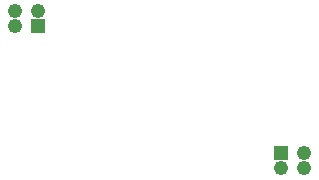
<source format=gts>
G04*
G04 #@! TF.GenerationSoftware,Altium Limited,Altium Designer,22.8.2 (66)*
G04*
G04 Layer_Color=8388736*
%FSLAX44Y44*%
%MOMM*%
G71*
G04*
G04 #@! TF.SameCoordinates,03C31CE9-7C2E-41FB-898D-559C101E88B0*
G04*
G04*
G04 #@! TF.FilePolarity,Negative*
G04*
G01*
G75*
%ADD10R,1.2232X1.2232*%
%ADD11C,1.2232*%
D10*
X96500Y316560D02*
D03*
X301560Y209160D02*
D03*
D11*
X76500Y316560D02*
D03*
Y329560D02*
D03*
X96500D02*
D03*
X321560Y209160D02*
D03*
Y196160D02*
D03*
X301560D02*
D03*
M02*

</source>
